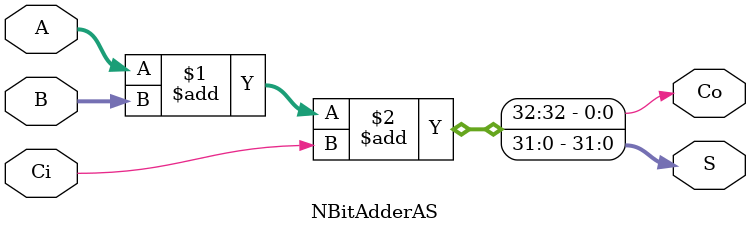
<source format=v>
`timescale 1ns/1ns


module NBitAdderAS #(parameter N = 32) (input [N - 1: 0] A, B, input Ci, output [N - 1:  0] S, output Co);
    assign #(N * 35, N * 42) {Co, S} = A + B + Ci;
endmodule

</source>
